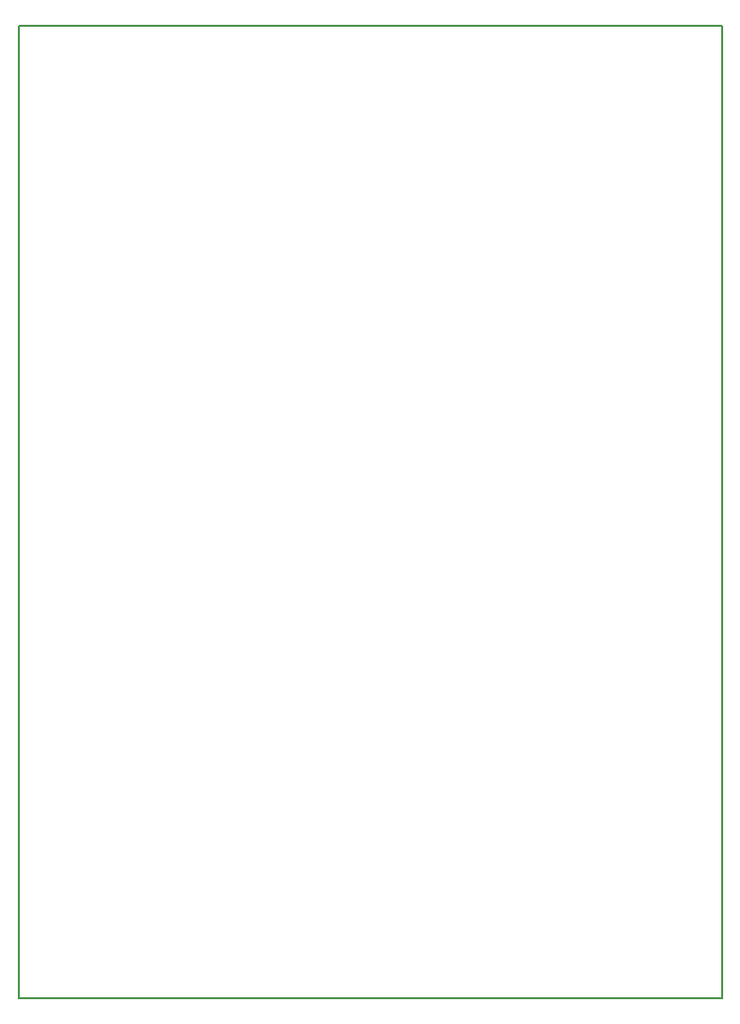
<source format=gbr>
G04 #@! TF.GenerationSoftware,KiCad,Pcbnew,(5.0.2)-1*
G04 #@! TF.CreationDate,2019-02-15T14:43:36+01:00*
G04 #@! TF.ProjectId,test,74657374-2e6b-4696-9361-645f70636258,rev?*
G04 #@! TF.SameCoordinates,Original*
G04 #@! TF.FileFunction,Profile,NP*
%FSLAX46Y46*%
G04 Gerber Fmt 4.6, Leading zero omitted, Abs format (unit mm)*
G04 Created by KiCad (PCBNEW (5.0.2)-1) date 15/02/2019 14:43:36*
%MOMM*%
%LPD*%
G01*
G04 APERTURE LIST*
%ADD10C,0.200000*%
G04 APERTURE END LIST*
D10*
X110000000Y-50000000D02*
X110000000Y-132000000D01*
X170000000Y-50000000D02*
X110000000Y-50000000D01*
X170000000Y-133000000D02*
X170000000Y-50000000D01*
X110000000Y-133000000D02*
X170000000Y-133000000D01*
X110000000Y-50000000D02*
X110000000Y-133000000D01*
M02*

</source>
